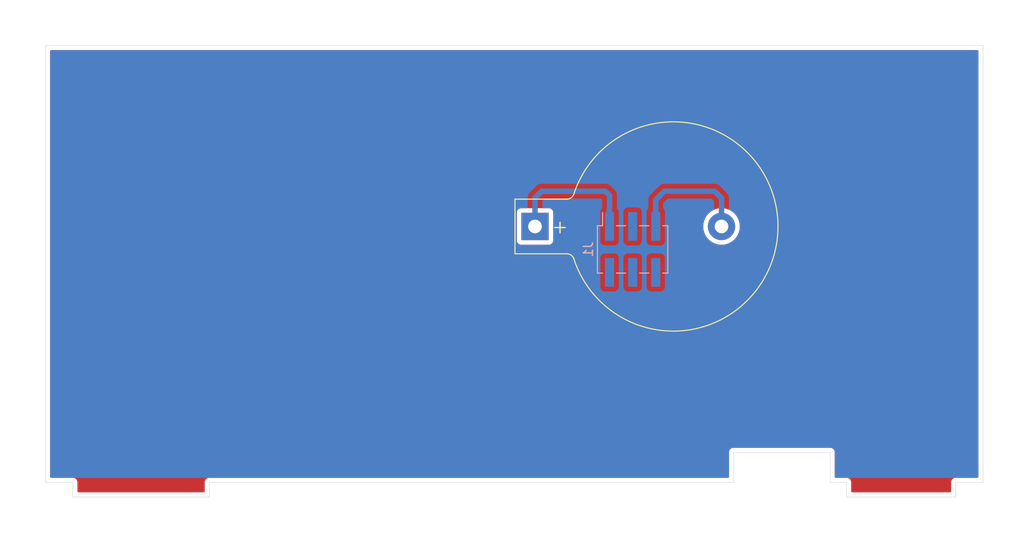
<source format=kicad_pcb>
(kicad_pcb (version 20211014) (generator pcbnew)
  (layers (0 "F.Cu" signal) (31 "B.Cu" signal) (34 "B.Paste" user) (35 "F.Paste" user) (36 "B.SilkS" user "B.Silkscreen") (37 "F.SilkS" user "F.Silkscreen") (38 "B.Mask" user) (39 "F.Mask" user) (44 "Edge.Cuts" user))
  (net 0 "")
  (net 1 "Net-(BT1-Pad2)")
  (net 2 "Net-(BT1-Pad1)")
  (footprint "Battery:BatteryHolder_Keystone_103_1x20mm" (layer "F.Cu") (at 153.775001 99.879834)
    (fp_text reference "BT1" hide)
    (fp_text value "Battery_Cell")
    (fp_text user "+" (at 2.75 0) (layer "F.SilkS") (effects (font (size 1.5 1.5))))
    (fp_line (start -2.2 3) (end -2.2 -3) (layer "F.SilkS") (width 0.12))
    (fp_line (start -2.2 -3) (end 3.5 -3) (layer "F.SilkS") (width 0.12))
    (fp_line (start -2.2 3) (end 3.5 3) (layer "F.SilkS") (width 0.12))
    (fp_arc (start 26.695671 -0.045281) (mid 16.993514 11.35499) (end 4.25 3.5) (layer "F.SilkS") (width 0.12))
    (fp_arc (start 4.25 -3.5) (mid 16.993514 -11.35499) (end 26.695671 0.045281) (layer "F.SilkS") (width 0.12))
    (fp_arc (start 3.5 3) (mid 3.958861 3.144678) (end 4.251754 3.526384) (layer "F.SilkS") (width 0.12))
    (fp_arc (start 4.251754 -3.526384) (mid 3.958861 -3.144678) (end 3.5 -3) (layer "F.SilkS") (width 0.12))
    (pad "1" thru_hole rect locked (at 0 0) (size 3 3) (drill 1.5) (layers *.Cu *.Mask) (net 2 "Net-(BT1-Pad1)"))
    (pad "2" thru_hole circle locked (at 20.49 0) (size 3 3) (drill 1.5) (layers *.Cu *.Mask) (net 1 "Net-(BT1-Pad2)"))
  )
  (footprint "Connector_PinHeader_2.54mm:PinHeader_2x03_P2.54mm_Vertical_SMD" (layer "B.Cu") (at 164.5 102.4 -90)
    (fp_text reference "J1" (at 0 4.87 90) (layer "B.SilkS") (effects (justify mirror)))
    (fp_text value "Conn_01x06_Male")
    (fp_line (start -4.04 3.3) (end -2.6 3.3) (layer "B.SilkS") (width 0.12))
    (fp_line (start -2.6 1.78) (end -2.6 0.76) (layer "B.SilkS") (width 0.12))
    (fp_line (start 2.6 3.87) (end 2.6 3.3) (layer "B.SilkS") (width 0.12))
    (fp_line (start -2.6 3.87) (end -2.6 3.3) (layer "B.SilkS") (width 0.12))
    (fp_line (start 2.6 -3.3) (end 2.6 -3.87) (layer "B.SilkS") (width 0.12))
    (fp_line (start -2.6 -3.3) (end -2.6 -3.87) (layer "B.SilkS") (width 0.12))
    (fp_line (start -2.6 -3.87) (end 2.6 -3.87) (layer "B.SilkS") (width 0.12))
    (fp_line (start -2.6 -0.76) (end -2.6 -1.78) (layer "B.SilkS") (width 0.12))
    (fp_line (start 2.6 -0.76) (end 2.6 -1.78) (layer "B.SilkS") (width 0.12))
    (fp_line (start -2.6 3.87) (end 2.6 3.87) (layer "B.SilkS") (width 0.12))
    (fp_line (start 2.6 1.78) (end 2.6 0.76) (layer "B.SilkS") (width 0.12))
    (pad "1" smd rect locked (at -2.525 2.54 270) (size 3.15 1) (layers "B.Cu" "B.Paste" "B.Mask") (net 2 "Net-(BT1-Pad1)"))
    (pad "2" smd rect locked (at 2.525 2.54 270) (size 3.15 1) (layers "B.Cu" "B.Paste" "B.Mask"))
    (pad "3" smd rect locked (at -2.525 0 270) (size 3.15 1) (layers "B.Cu" "B.Paste" "B.Mask"))
    (pad "4" smd rect locked (at 2.525 0 270) (size 3.15 1) (layers "B.Cu" "B.Paste" "B.Mask"))
    (pad "5" smd rect locked (at -2.525 -2.54 270) (size 3.15 1) (layers "B.Cu" "B.Paste" "B.Mask") (net 1 "Net-(BT1-Pad2)"))
    (pad "6" smd rect locked (at 2.525 -2.54 270) (size 3.15 1) (layers "B.Cu" "B.Paste" "B.Mask"))
  )
  (gr_line (start 118 128) (end 175.6 128) (layer "Edge.Cuts") (width 0.05))
  (gr_line (start 186.2 128) (end 188 128) (layer "Edge.Cuts") (width 0.05))
  (gr_line (start 186.2 124.7) (end 186.2 128) (layer "Edge.Cuts") (width 0.05))
  (gr_line (start 100 128) (end 103 128) (layer "Edge.Cuts") (width 0.05))
  (gr_line (start 203 128) (end 200 128) (layer "Edge.Cuts") (width 0.05))
  (gr_line (start 203 80) (end 203 128) (layer "Edge.Cuts") (width 0.05))
  (gr_line (start 175.6 128) (end 175.6 124.7) (layer "Edge.Cuts") (width 0.05))
  (gr_line (start 103 129.6) (end 118 129.6) (layer "Edge.Cuts") (width 0.05))
  (gr_line (start 175.6 124.7) (end 186.2 124.7) (layer "Edge.Cuts") (width 0.05))
  (gr_line (start 200 128) (end 200 129.6) (layer "Edge.Cuts") (width 0.05))
  (gr_line (start 200 129.6) (end 188 129.6) (layer "Edge.Cuts") (width 0.05))
  (gr_line (start 188 129.6) (end 188 128) (layer "Edge.Cuts") (width 0.05))
  (gr_line (start 100 80) (end 203 80) (layer "Edge.Cuts") (width 0.05))
  (gr_line (start 118 129.6) (end 118 128) (layer "Edge.Cuts") (width 0.05))
  (gr_line (start 103 128) (end 103 129.6) (layer "Edge.Cuts") (width 0.05))
  (gr_line (start 100 80) (end 100 128) (layer "Edge.Cuts") (width 0.05))
  (segment (start 167.04 96.96) (end 168 96) (width 0.6) (layer "B.Cu") (net 1))
  (segment (start 167.04 99.875) (end 167.04 96.96) (width 0.6) (layer "B.Cu") (net 1))
  (segment (start 168 96) (end 173.5 96) (width 0.6) (layer "B.Cu") (net 1))
  (segment (start 173.5 96) (end 174.265001 96.765001) (width 0.6) (layer "B.Cu") (net 1))
  (segment (start 174.265001 96.765001) (end 174.265001 99.879834) (width 0.6) (layer "B.Cu") (net 1))
  (segment (start 161.96 96.46) (end 161.5 96) (width 0.6) (layer "B.Cu") (net 2))
  (segment (start 161.96 99.875) (end 161.96 96.46) (width 0.6) (layer "B.Cu") (net 2))
  (segment (start 153.775001 96.724999) (end 153.775001 99.879834) (width 0.6) (layer "B.Cu") (net 2))
  (segment (start 161.5 96) (end 154.5 96) (width 0.6) (layer "B.Cu") (net 2))
  (segment (start 154.5 96) (end 153.775001 96.724999) (width 0.6) (layer "B.Cu") (net 2))
  (zone (net 0) (net_name "") (layer "F.Cu") (connect_pads yes (clearance 0.508)) (min_thickness 0.254) (fill yes (thermal_gap 0.508) (thermal_bridge_width 0.508))
    (polygon (pts (xy 97.5 77.5) (xy 97.5 132.5) (xy 202.5 132.5) (xy 205 132.5) (xy 205 77.5)))
  )
  (zone (net 0) (net_name "") (layer "B.Cu") (connect_pads yes (clearance 0.508)) (min_thickness 0.254) (fill yes (thermal_gap 0.508) (thermal_bridge_width 0.508))
    (polygon (pts (xy 95 75) (xy 95 135) (xy 207.5 135) (xy 207.5 75)))
  )
  (zone (net 0) (net_name "") (layer "B.Cu") (connect_pads (clearance 0)) (min_thickness 0.254)
    (keepout (tracks not_allowed) (vias not_allowed) (pads allowed) (copperpour not_allowed) (footprints allowed))
    (fill (thermal_gap 0.508) (thermal_bridge_width 0.508))
    (polygon (pts (xy 103 130) (xy 118 130) (xy 118 127.5) (xy 103 127.5)))
  )
  (zone (net 0) (net_name "") (layer "B.Cu") (connect_pads (clearance 0)) (min_thickness 0.254)
    (keepout (tracks not_allowed) (vias not_allowed) (pads allowed) (copperpour not_allowed) (footprints allowed))
    (fill (thermal_gap 0.508) (thermal_bridge_width 0.508))
    (polygon (pts (xy 188 130) (xy 200 130) (xy 200 127.5) (xy 188 127.5)))
  )
)
</source>
